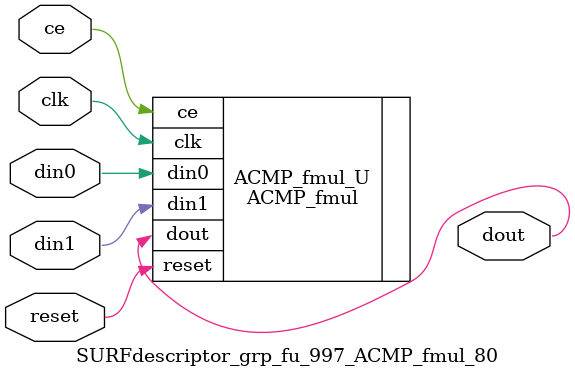
<source format=v>

`timescale 1 ns / 1 ps
module SURFdescriptor_grp_fu_997_ACMP_fmul_80(
    clk,
    reset,
    ce,
    din0,
    din1,
    dout);

parameter ID = 32'd1;
parameter NUM_STAGE = 32'd1;
parameter din0_WIDTH = 32'd1;
parameter din1_WIDTH = 32'd1;
parameter dout_WIDTH = 32'd1;
input clk;
input reset;
input ce;
input[din0_WIDTH - 1:0] din0;
input[din1_WIDTH - 1:0] din1;
output[dout_WIDTH - 1:0] dout;



ACMP_fmul #(
.ID( ID ),
.NUM_STAGE( 4 ),
.din0_WIDTH( din0_WIDTH ),
.din1_WIDTH( din1_WIDTH ),
.dout_WIDTH( dout_WIDTH ))
ACMP_fmul_U(
    .clk( clk ),
    .reset( reset ),
    .ce( ce ),
    .din0( din0 ),
    .din1( din1 ),
    .dout( dout ));

endmodule

</source>
